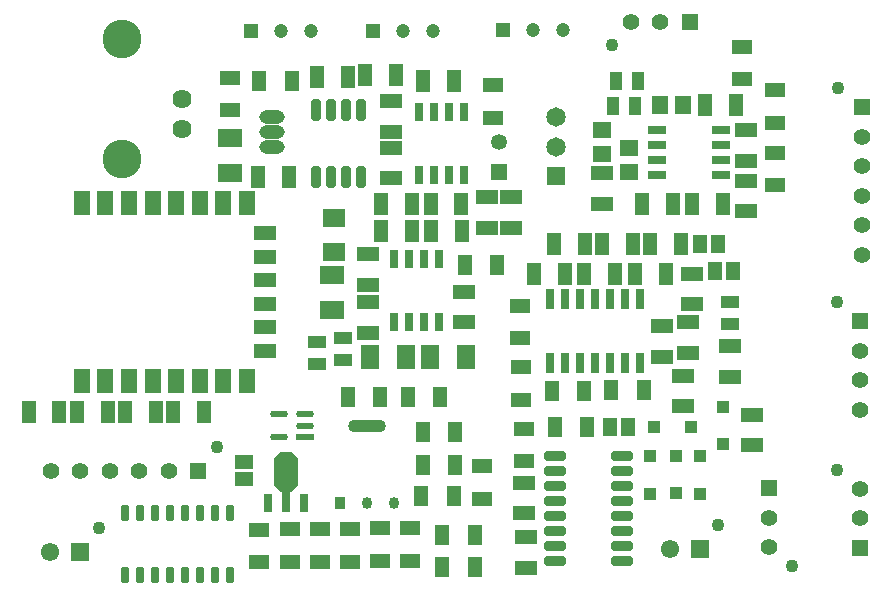
<source format=gts>
G04*
G04 #@! TF.GenerationSoftware,Altium Limited,Altium Designer,23.2.1 (34)*
G04*
G04 Layer_Color=8388736*
%FSLAX44Y44*%
%MOMM*%
G71*
G04*
G04 #@! TF.SameCoordinates,68E4E8A6-7446-48DA-AA85-862DCAE7E0FD*
G04*
G04*
G04 #@! TF.FilePolarity,Negative*
G04*
G01*
G75*
G04:AMPARAMS|DCode=19|XSize=1.55mm|YSize=0.6mm|CornerRadius=0.051mm|HoleSize=0mm|Usage=FLASHONLY|Rotation=90.000|XOffset=0mm|YOffset=0mm|HoleType=Round|Shape=RoundedRectangle|*
%AMROUNDEDRECTD19*
21,1,1.5500,0.4980,0,0,90.0*
21,1,1.4480,0.6000,0,0,90.0*
1,1,0.1020,0.2490,0.7240*
1,1,0.1020,0.2490,-0.7240*
1,1,0.1020,-0.2490,-0.7240*
1,1,0.1020,-0.2490,0.7240*
%
%ADD19ROUNDEDRECTD19*%
G04:AMPARAMS|DCode=23|XSize=1.55mm|YSize=0.6mm|CornerRadius=0.051mm|HoleSize=0mm|Usage=FLASHONLY|Rotation=0.000|XOffset=0mm|YOffset=0mm|HoleType=Round|Shape=RoundedRectangle|*
%AMROUNDEDRECTD23*
21,1,1.5500,0.4980,0,0,0.0*
21,1,1.4480,0.6000,0,0,0.0*
1,1,0.1020,0.7240,-0.2490*
1,1,0.1020,-0.7240,-0.2490*
1,1,0.1020,-0.7240,0.2490*
1,1,0.1020,0.7240,0.2490*
%
%ADD23ROUNDEDRECTD23*%
%ADD26R,1.7582X1.3055*%
G04:AMPARAMS|DCode=33|XSize=1.5052mm|YSize=0.5721mm|CornerRadius=0.2861mm|HoleSize=0mm|Usage=FLASHONLY|Rotation=180.000|XOffset=0mm|YOffset=0mm|HoleType=Round|Shape=RoundedRectangle|*
%AMROUNDEDRECTD33*
21,1,1.5052,0.0000,0,0,180.0*
21,1,0.9331,0.5721,0,0,180.0*
1,1,0.5721,-0.4666,0.0000*
1,1,0.5721,0.4666,0.0000*
1,1,0.5721,0.4666,0.0000*
1,1,0.5721,-0.4666,0.0000*
%
%ADD33ROUNDEDRECTD33*%
%ADD34R,1.5052X0.5721*%
%ADD36R,1.3055X1.7582*%
%ADD40R,1.8582X1.5057*%
G04:AMPARAMS|DCode=41|XSize=1.0043mm|YSize=3.1821mm|CornerRadius=0.4369mm|HoleSize=0mm|Usage=FLASHONLY|Rotation=90.000|XOffset=0mm|YOffset=0mm|HoleType=Round|Shape=RoundedRectangle|*
%AMROUNDEDRECTD41*
21,1,1.0043,2.3084,0,0,90.0*
21,1,0.1306,3.1821,0,0,90.0*
1,1,0.8737,1.1542,0.0653*
1,1,0.8737,1.1542,-0.0653*
1,1,0.8737,-1.1542,-0.0653*
1,1,0.8737,-1.1542,0.0653*
%
%ADD41ROUNDEDRECTD41*%
G04:AMPARAMS|DCode=42|XSize=1.0043mm|YSize=0.8721mm|CornerRadius=0.4361mm|HoleSize=0mm|Usage=FLASHONLY|Rotation=90.000|XOffset=0mm|YOffset=0mm|HoleType=Round|Shape=RoundedRectangle|*
%AMROUNDEDRECTD42*
21,1,1.0043,0.0000,0,0,90.0*
21,1,0.1322,0.8721,0,0,90.0*
1,1,0.8721,0.0000,0.0661*
1,1,0.8721,0.0000,-0.0661*
1,1,0.8721,0.0000,-0.0661*
1,1,0.8721,0.0000,0.0661*
%
%ADD42ROUNDEDRECTD42*%
%ADD43R,0.8721X1.0043*%
G04:AMPARAMS|DCode=49|XSize=0.7mm|YSize=1.4mm|CornerRadius=0.1245mm|HoleSize=0mm|Usage=FLASHONLY|Rotation=180.000|XOffset=0mm|YOffset=0mm|HoleType=Round|Shape=RoundedRectangle|*
%AMROUNDEDRECTD49*
21,1,0.7000,1.1510,0,0,180.0*
21,1,0.4510,1.4000,0,0,180.0*
1,1,0.2490,-0.2255,0.5755*
1,1,0.2490,0.2255,0.5755*
1,1,0.2490,0.2255,-0.5755*
1,1,0.2490,-0.2255,-0.5755*
%
%ADD49ROUNDEDRECTD49*%
%ADD50R,1.5500X1.1000*%
%ADD51R,1.1000X1.5500*%
%ADD52R,1.6000X1.3500*%
%ADD53R,1.2500X1.8500*%
%ADD54R,1.8500X1.2500*%
%ADD55R,1.3500X1.6000*%
%ADD56R,2.0500X1.6500*%
%ADD57R,1.6500X2.0500*%
%ADD58R,1.3500X2.1500*%
%ADD59R,1.8500X1.2500*%
%ADD60R,0.7500X1.7000*%
G04:AMPARAMS|DCode=61|XSize=0.8mm|YSize=1.8mm|CornerRadius=0.1238mm|HoleSize=0mm|Usage=FLASHONLY|Rotation=270.000|XOffset=0mm|YOffset=0mm|HoleType=Round|Shape=RoundedRectangle|*
%AMROUNDEDRECTD61*
21,1,0.8000,1.5525,0,0,270.0*
21,1,0.5525,1.8000,0,0,270.0*
1,1,0.2475,-0.7763,-0.2763*
1,1,0.2475,-0.7763,0.2763*
1,1,0.2475,0.7763,0.2763*
1,1,0.2475,0.7763,-0.2763*
%
%ADD61ROUNDEDRECTD61*%
%ADD62R,1.2000X1.5000*%
%ADD63R,1.1000X1.0500*%
%ADD64R,1.0500X1.1000*%
G04:AMPARAMS|DCode=65|XSize=2.05mm|YSize=3.35mm|CornerRadius=0mm|HoleSize=0mm|Usage=FLASHONLY|Rotation=180.000|XOffset=0mm|YOffset=0mm|HoleType=Round|Shape=Octagon|*
%AMOCTAGOND65*
4,1,8,0.5125,-1.6750,-0.5125,-1.6750,-1.0250,-1.1625,-1.0250,1.1625,-0.5125,1.6750,0.5125,1.6750,1.0250,1.1625,1.0250,-1.1625,0.5125,-1.6750,0.0*
%
%ADD65OCTAGOND65*%

%ADD66R,0.7500X1.5500*%
%ADD67R,0.7500X1.9500*%
G04:AMPARAMS|DCode=68|XSize=0.8mm|YSize=1.8mm|CornerRadius=0.1238mm|HoleSize=0mm|Usage=FLASHONLY|Rotation=0.000|XOffset=0mm|YOffset=0mm|HoleType=Round|Shape=RoundedRectangle|*
%AMROUNDEDRECTD68*
21,1,0.8000,1.5525,0,0,0.0*
21,1,0.5525,1.8000,0,0,0.0*
1,1,0.2475,0.2763,-0.7763*
1,1,0.2475,-0.2763,-0.7763*
1,1,0.2475,-0.2763,0.7763*
1,1,0.2475,0.2763,0.7763*
%
%ADD68ROUNDEDRECTD68*%
%ADD69R,1.5000X1.2000*%
%ADD70C,1.1000*%
%ADD71C,1.4000*%
%ADD72R,1.4000X1.4000*%
%ADD73R,1.4000X1.4000*%
%ADD74O,2.1500X1.1500*%
%ADD75C,3.2900*%
%ADD76C,1.6200*%
%ADD77C,1.2000*%
%ADD78R,1.2000X1.2000*%
%ADD79C,1.3500*%
%ADD80R,1.3500X1.3500*%
%ADD81C,1.5500*%
%ADD82R,1.5500X1.5500*%
%ADD83C,1.6500*%
%ADD84R,1.6500X1.6500*%
%ADD85O,2.1500X1.1500*%
%ADD86C,0.7500*%
D19*
X344170Y438480D02*
D03*
X356870D02*
D03*
X369570D02*
D03*
X382270D02*
D03*
Y384480D02*
D03*
X369570D02*
D03*
X356870D02*
D03*
X344170D02*
D03*
X322580Y314020D02*
D03*
X335280D02*
D03*
X347980D02*
D03*
X360680D02*
D03*
Y260020D02*
D03*
X347980D02*
D03*
X335280D02*
D03*
X322580D02*
D03*
D23*
X599440Y422910D02*
D03*
Y410210D02*
D03*
Y397510D02*
D03*
Y384810D02*
D03*
X545440D02*
D03*
Y397510D02*
D03*
Y410210D02*
D03*
Y422910D02*
D03*
D26*
X617220Y493617D02*
D03*
Y466090D02*
D03*
X645160Y403654D02*
D03*
Y376126D02*
D03*
Y456787D02*
D03*
Y429260D02*
D03*
X184150Y439833D02*
D03*
Y467360D02*
D03*
X429260Y246586D02*
D03*
Y274114D02*
D03*
X430530Y194516D02*
D03*
Y222044D02*
D03*
X433070Y169974D02*
D03*
Y142446D02*
D03*
X397510Y138224D02*
D03*
Y110696D02*
D03*
X406400Y433276D02*
D03*
Y460804D02*
D03*
X235030Y57356D02*
D03*
Y84884D02*
D03*
X285750Y85090D02*
D03*
Y57563D02*
D03*
X311230Y58420D02*
D03*
Y85947D02*
D03*
X336630Y58420D02*
D03*
Y85947D02*
D03*
X260350Y85090D02*
D03*
Y57563D02*
D03*
X208280Y57150D02*
D03*
Y84677D02*
D03*
D33*
X225215Y163220D02*
D03*
Y182220D02*
D03*
X247225D02*
D03*
Y172720D02*
D03*
D34*
Y163220D02*
D03*
D36*
X236014Y464820D02*
D03*
X208486D02*
D03*
X410004Y308610D02*
D03*
X382476D02*
D03*
X534257Y203200D02*
D03*
X506730D02*
D03*
X456136Y201930D02*
D03*
X483664D02*
D03*
X458676Y171450D02*
D03*
X486204D02*
D03*
X363426Y80010D02*
D03*
X390954D02*
D03*
X391160Y53340D02*
D03*
X363633D02*
D03*
X374650Y167640D02*
D03*
X347123D02*
D03*
X361744Y196850D02*
D03*
X334216D02*
D03*
X373380Y113030D02*
D03*
X345853D02*
D03*
X374650Y139700D02*
D03*
X347123D02*
D03*
X283416Y196850D02*
D03*
X310944D02*
D03*
D40*
X271780Y319248D02*
D03*
Y348772D02*
D03*
D41*
X299720Y172650D02*
D03*
D42*
X322620Y106750D02*
D03*
X299720D02*
D03*
D43*
X276820D02*
D03*
D49*
X95250Y46140D02*
D03*
X107950D02*
D03*
X120650D02*
D03*
X133350D02*
D03*
X146050D02*
D03*
X158750D02*
D03*
X171450D02*
D03*
X184150D02*
D03*
X95250Y98640D02*
D03*
X107950D02*
D03*
X120650D02*
D03*
X133350D02*
D03*
X146050D02*
D03*
X158750D02*
D03*
X171450D02*
D03*
X184150D02*
D03*
D50*
X257810Y243790D02*
D03*
Y224790D02*
D03*
X279400Y246990D02*
D03*
Y227990D02*
D03*
X607060Y258470D02*
D03*
Y277470D02*
D03*
D51*
X508050Y443230D02*
D03*
X527050D02*
D03*
X529590Y464820D02*
D03*
X510590D02*
D03*
D52*
X521970Y387670D02*
D03*
Y407670D02*
D03*
X499110Y422750D02*
D03*
Y402750D02*
D03*
D53*
X575010Y360680D02*
D03*
X601010D02*
D03*
X559100D02*
D03*
X533100D02*
D03*
X612440Y444500D02*
D03*
X586440D02*
D03*
X80310Y184150D02*
D03*
X54310D02*
D03*
X509570Y300990D02*
D03*
X483570D02*
D03*
X379730Y360680D02*
D03*
X353730D02*
D03*
X380030Y337820D02*
D03*
X354030D02*
D03*
X298150Y469900D02*
D03*
X324150D02*
D03*
X161590Y184150D02*
D03*
X135590D02*
D03*
X283510Y467590D02*
D03*
X257510D02*
D03*
X458170Y326390D02*
D03*
X484170D02*
D03*
X338120Y337820D02*
D03*
X312120D02*
D03*
X338120Y360680D02*
D03*
X312120D02*
D03*
X527050Y300990D02*
D03*
X553050D02*
D03*
X498810Y326390D02*
D03*
X524810D02*
D03*
X467660Y300990D02*
D03*
X441660D02*
D03*
X565450Y326390D02*
D03*
X539450D02*
D03*
X347680Y464820D02*
D03*
X373680D02*
D03*
X207980Y383540D02*
D03*
X233980D02*
D03*
X39370Y184150D02*
D03*
X13370D02*
D03*
X121250D02*
D03*
X95250D02*
D03*
D54*
X499110Y360380D02*
D03*
Y386380D02*
D03*
X621030Y354030D02*
D03*
Y380030D02*
D03*
Y396910D02*
D03*
Y422910D02*
D03*
X607060Y240030D02*
D03*
X382270Y286050D02*
D03*
Y260050D02*
D03*
X571500Y260350D02*
D03*
Y234350D02*
D03*
X320040Y407970D02*
D03*
Y381970D02*
D03*
Y421640D02*
D03*
Y447640D02*
D03*
X300990Y277160D02*
D03*
Y251160D02*
D03*
X575310Y301290D02*
D03*
Y275290D02*
D03*
X567690Y188930D02*
D03*
Y214930D02*
D03*
X626110Y155910D02*
D03*
Y181910D02*
D03*
X549910Y257140D02*
D03*
Y231140D02*
D03*
X607060Y214030D02*
D03*
X434340Y78070D02*
D03*
Y52070D02*
D03*
X432840Y98460D02*
D03*
Y124460D02*
D03*
X401320Y366060D02*
D03*
Y340060D02*
D03*
X300990Y318100D02*
D03*
Y292100D02*
D03*
X421640Y366060D02*
D03*
Y340060D02*
D03*
D55*
X567530Y444500D02*
D03*
X547530D02*
D03*
D56*
X270510Y270510D02*
D03*
Y300510D02*
D03*
X184150Y386320D02*
D03*
Y416320D02*
D03*
D57*
X332500Y231140D02*
D03*
X383300D02*
D03*
X353300D02*
D03*
X302500D02*
D03*
D58*
X58270Y210750D02*
D03*
X78270D02*
D03*
X98270D02*
D03*
X118270D02*
D03*
X138270D02*
D03*
X158270D02*
D03*
X178270D02*
D03*
X198270D02*
D03*
Y360750D02*
D03*
X178270D02*
D03*
X158270D02*
D03*
X138270D02*
D03*
X118270D02*
D03*
X98270D02*
D03*
X78270D02*
D03*
X58270D02*
D03*
D59*
X213270Y235750D02*
D03*
Y255750D02*
D03*
Y275750D02*
D03*
Y295750D02*
D03*
Y315750D02*
D03*
Y335750D02*
D03*
D60*
X530860Y279885D02*
D03*
X518160D02*
D03*
X505460D02*
D03*
X492760D02*
D03*
X480060D02*
D03*
X467360D02*
D03*
X454660D02*
D03*
X530860Y225885D02*
D03*
X518160D02*
D03*
X505460D02*
D03*
X492760D02*
D03*
X480060D02*
D03*
X467360D02*
D03*
X454660D02*
D03*
D61*
X459430Y147320D02*
D03*
Y134620D02*
D03*
Y121920D02*
D03*
Y109220D02*
D03*
Y96520D02*
D03*
Y83820D02*
D03*
Y71120D02*
D03*
Y58420D02*
D03*
X515930Y147320D02*
D03*
Y134620D02*
D03*
Y121920D02*
D03*
Y109220D02*
D03*
Y96520D02*
D03*
Y83820D02*
D03*
Y71120D02*
D03*
Y58420D02*
D03*
D62*
X594480Y303530D02*
D03*
X609480D02*
D03*
X596900Y326390D02*
D03*
X581900D02*
D03*
X520460Y171450D02*
D03*
X505460D02*
D03*
D63*
X600960Y156970D02*
D03*
X600960Y188470D02*
D03*
X581660Y115060D02*
D03*
X581660Y146560D02*
D03*
X561340Y115570D02*
D03*
X561340Y147070D02*
D03*
X539750Y146560D02*
D03*
X539750Y115060D02*
D03*
D64*
X543050Y171450D02*
D03*
X574550Y171450D02*
D03*
D65*
X231140Y133730D02*
D03*
D66*
X246140Y106730D02*
D03*
X216140D02*
D03*
D67*
X231140Y108730D02*
D03*
D68*
X256540Y383230D02*
D03*
X269240D02*
D03*
X281940D02*
D03*
X294640D02*
D03*
X256540Y439730D02*
D03*
X269240D02*
D03*
X281940D02*
D03*
X294640D02*
D03*
D69*
X195580Y142120D02*
D03*
Y127120D02*
D03*
D70*
X698820Y458430D02*
D03*
X173080Y154620D02*
D03*
X697550Y135380D02*
D03*
Y277220D02*
D03*
X507240Y494520D02*
D03*
X660080Y53850D02*
D03*
X597460Y88410D02*
D03*
X72750Y86040D02*
D03*
D71*
X718820Y317430D02*
D03*
Y342430D02*
D03*
Y367430D02*
D03*
Y392430D02*
D03*
Y417430D02*
D03*
X132080Y134620D02*
D03*
X107080D02*
D03*
X82080D02*
D03*
X57080D02*
D03*
X32080D02*
D03*
X717550Y119380D02*
D03*
Y94380D02*
D03*
Y186220D02*
D03*
Y211220D02*
D03*
Y236220D02*
D03*
X523240Y514520D02*
D03*
X548240D02*
D03*
X640080Y69850D02*
D03*
Y94850D02*
D03*
D72*
X718820Y442430D02*
D03*
X717550Y69380D02*
D03*
Y261220D02*
D03*
X640080Y119850D02*
D03*
D73*
X157080Y134620D02*
D03*
X573240Y514520D02*
D03*
D74*
X219710Y434340D02*
D03*
Y408940D02*
D03*
D75*
X92710Y500380D02*
D03*
Y398780D02*
D03*
D76*
X143510Y449580D02*
D03*
Y424180D02*
D03*
D77*
X466090Y507950D02*
D03*
X440690D02*
D03*
X252730Y506730D02*
D03*
X227330D02*
D03*
X355600D02*
D03*
X330200D02*
D03*
D78*
X415290Y507950D02*
D03*
X201930Y506730D02*
D03*
X304800D02*
D03*
D79*
X411480Y412750D02*
D03*
D80*
Y387350D02*
D03*
D81*
X556460Y68410D02*
D03*
X31750Y66040D02*
D03*
D82*
X581460Y68410D02*
D03*
X56750Y66040D02*
D03*
D83*
X459740Y433940D02*
D03*
Y408940D02*
D03*
D84*
Y383940D02*
D03*
D85*
X219710Y421640D02*
D03*
D86*
X184150Y45720D02*
D03*
M02*

</source>
